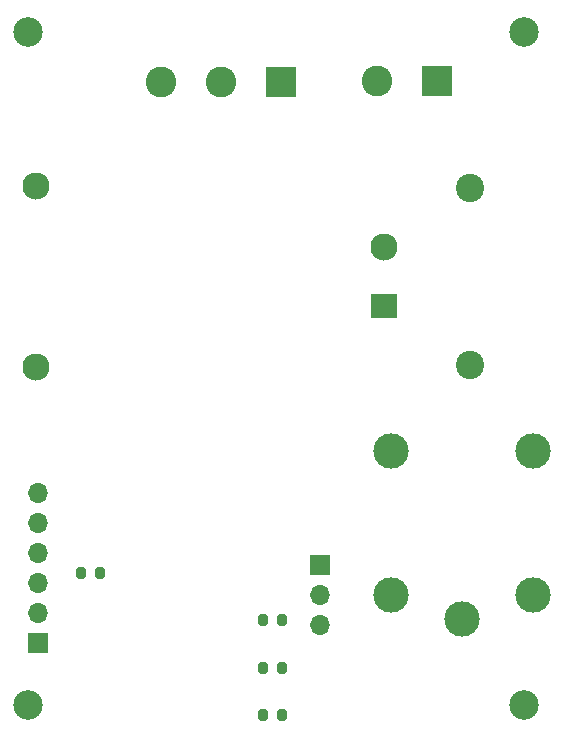
<source format=gbs>
G04 #@! TF.GenerationSoftware,KiCad,Pcbnew,7.0.8*
G04 #@! TF.CreationDate,2024-05-07T22:53:17-03:00*
G04 #@! TF.ProjectId,lamp_module_x1,6c616d70-5f6d-46f6-9475-6c655f78312e,1.1*
G04 #@! TF.SameCoordinates,Original*
G04 #@! TF.FileFunction,Soldermask,Bot*
G04 #@! TF.FilePolarity,Negative*
%FSLAX46Y46*%
G04 Gerber Fmt 4.6, Leading zero omitted, Abs format (unit mm)*
G04 Created by KiCad (PCBNEW 7.0.8) date 2024-05-07 22:53:17*
%MOMM*%
%LPD*%
G01*
G04 APERTURE LIST*
G04 Aperture macros list*
%AMRoundRect*
0 Rectangle with rounded corners*
0 $1 Rounding radius*
0 $2 $3 $4 $5 $6 $7 $8 $9 X,Y pos of 4 corners*
0 Add a 4 corners polygon primitive as box body*
4,1,4,$2,$3,$4,$5,$6,$7,$8,$9,$2,$3,0*
0 Add four circle primitives for the rounded corners*
1,1,$1+$1,$2,$3*
1,1,$1+$1,$4,$5*
1,1,$1+$1,$6,$7*
1,1,$1+$1,$8,$9*
0 Add four rect primitives between the rounded corners*
20,1,$1+$1,$2,$3,$4,$5,0*
20,1,$1+$1,$4,$5,$6,$7,0*
20,1,$1+$1,$6,$7,$8,$9,0*
20,1,$1+$1,$8,$9,$2,$3,0*%
G04 Aperture macros list end*
%ADD10C,2.500000*%
%ADD11R,1.700000X1.700000*%
%ADD12O,1.700000X1.700000*%
%ADD13C,3.000000*%
%ADD14R,2.600000X2.600000*%
%ADD15C,2.600000*%
%ADD16C,2.400000*%
%ADD17R,2.300000X2.000000*%
%ADD18C,2.300000*%
%ADD19RoundRect,0.200000X0.200000X0.275000X-0.200000X0.275000X-0.200000X-0.275000X0.200000X-0.275000X0*%
G04 APERTURE END LIST*
D10*
X131554001Y-53918154D03*
D11*
X156234000Y-99015300D03*
D12*
X156234000Y-101555300D03*
X156234000Y-104095300D03*
D10*
X173554000Y-110918153D03*
D13*
X168268000Y-103613300D03*
X162268000Y-89413300D03*
X174268000Y-89413300D03*
X174268000Y-101613300D03*
X162268000Y-101613300D03*
D14*
X152932000Y-58121300D03*
D15*
X147852000Y-58121300D03*
X142772000Y-58121300D03*
D11*
X132358000Y-105619300D03*
D12*
X132358000Y-103079300D03*
X132358000Y-100539300D03*
X132358000Y-97999300D03*
X132358000Y-95459300D03*
X132358000Y-92919300D03*
D14*
X166145000Y-58070300D03*
D15*
X161065000Y-58070300D03*
D16*
X168934000Y-82131300D03*
X168934000Y-67131300D03*
D17*
X161652500Y-77131300D03*
D18*
X161652500Y-72131300D03*
X132252500Y-82331300D03*
X132252500Y-66931300D03*
D10*
X131554001Y-110918154D03*
X173553999Y-53918154D03*
D19*
X153049000Y-103738805D03*
X151399000Y-103738805D03*
X153049000Y-111738804D03*
X151399000Y-111738804D03*
X137649000Y-99738806D03*
X135999000Y-99738806D03*
X153049000Y-107738807D03*
X151399000Y-107738807D03*
M02*

</source>
